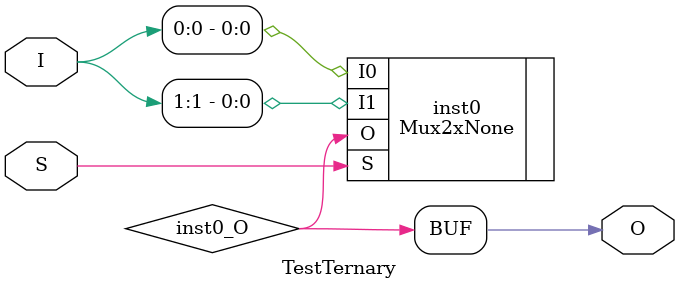
<source format=v>
module TestTernary (input [1:0] I, input  S, output  O);
wire  inst0_O;
Mux2xNone inst0 (.I0(I[0]), .I1(I[1]), .S(S), .O(inst0_O));
assign O = inst0_O;
endmodule


</source>
